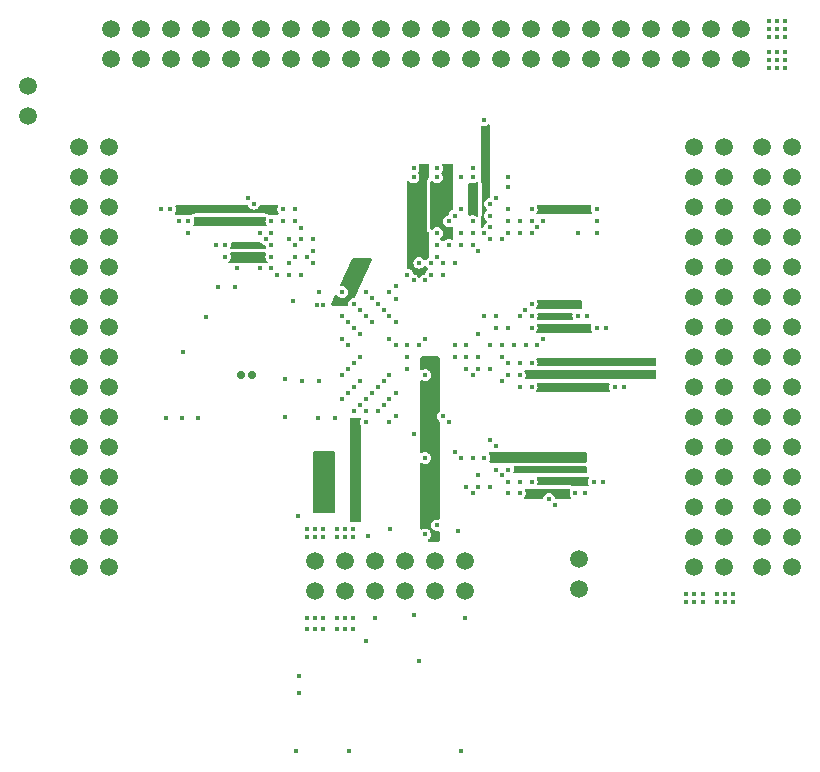
<source format=gbr>
G04 --- HEADER BEGIN --- *
G04 #@! TF.GenerationSoftware,LibrePCB,LibrePCB,1.1.0*
G04 #@! TF.CreationDate,2024-09-08T17:15:58*
G04 #@! TF.ProjectId,flasher,f4b07f79-14a2-4070-9d7d-1f686dcb10c4,v1*
G04 #@! TF.Part,Single*
G04 #@! TF.SameCoordinates*
G04 #@! TF.FileFunction,Copper,L4,Inr*
G04 #@! TF.FilePolarity,Positive*
%FSLAX66Y66*%
%MOMM*%
G01*
G75*
G04 --- HEADER END --- *
G04 --- APERTURE LIST BEGIN --- *
G04 #@! TA.AperFunction,ComponentPad*
%ADD10C,1.5*%
G04 #@! TA.AperFunction,ViaPad*
%ADD11C,0.4*%
%ADD12C,0.7*%
G04 #@! TA.AperFunction,Conductor*
%ADD13C,0.01*%
G04 #@! TD*
G04 --- APERTURE LIST END --- *
G04 --- BOARD BEGIN --- *
D10*
G04 #@! TO.N,P64_1V8*
G04 #@! TO.C,J2*
G04 #@! TO.P,J2,24,24*
X-24804000Y-10630000D03*
G04 #@! TO.N,P45_1V8*
G04 #@! TO.P,J2,2,2*
X-24804000Y17310000D03*
G04 #@! TO.N,P55_1V8*
G04 #@! TO.P,J2,18,18*
X-24804000Y-3010000D03*
G04 #@! TO.N,P53_1V8*
G04 #@! TO.P,J2,8,8*
X-24804000Y9690000D03*
G04 #@! TO.N,P68_1V8*
G04 #@! TO.P,J2,15,15*
X-27344000Y-470000D03*
G04 #@! TO.N,P61_1V8*
G04 #@! TO.P,J2,3,3*
X-27344000Y14770000D03*
G04 #@! TO.N,P72_1V8*
G04 #@! TO.P,J2,14,14*
X-24804000Y2070000D03*
G04 #@! TO.N,P43_1V8*
G04 #@! TO.P,J2,6,6*
X-24804000Y12230000D03*
G04 #@! TO.N,P49_1V8*
G04 #@! TO.P,J2,22,22*
X-24804000Y-8090000D03*
G04 #@! TO.N,P65_1V8*
G04 #@! TO.P,J2,12,12*
X-24804000Y4610000D03*
G04 #@! TO.N,P62_1V8*
G04 #@! TO.P,J2,26,26*
X-24804000Y-13170000D03*
G04 #@! TO.N,P52_1V8*
G04 #@! TO.P,J2,9,9*
X-27344000Y7150000D03*
G04 #@! TO.N,P46_1V8*
G04 #@! TO.P,J2,1,1*
X-27344000Y17310000D03*
G04 #@! TO.N,P50_1V8*
G04 #@! TO.P,J2,23,23*
X-27344000Y-10630000D03*
G04 #@! TO.N,P56_1V8*
G04 #@! TO.P,J2,13,13*
X-27344000Y2070000D03*
G04 #@! TO.N,P58_1V8*
G04 #@! TO.P,J2,19,19*
X-27344000Y-5550000D03*
G04 #@! TO.N,P59_1V8*
G04 #@! TO.P,J2,11,11*
X-27344000Y4610000D03*
G04 #@! TO.N,P54_1V8*
G04 #@! TO.P,J2,7,7*
X-27344000Y9690000D03*
G04 #@! TO.N,P44_1V8*
G04 #@! TO.P,J2,5,5*
X-27344000Y12230000D03*
G04 #@! TO.N,P60_1V8*
G04 #@! TO.P,J2,4,4*
X-24804000Y14770000D03*
G04 #@! TO.N,P66_1V8*
G04 #@! TO.P,J2,28,28*
X-24804000Y-15710000D03*
G04 #@! TO.N,P69_1V8*
G04 #@! TO.P,J2,29,29*
X-27344000Y-18250000D03*
G04 #@! TO.N,P70_1V8*
G04 #@! TO.P,J2,17,17*
X-27344000Y-3010000D03*
G04 #@! TO.N,P51_1V8*
G04 #@! TO.P,J2,30,30*
X-24804000Y-18250000D03*
G04 #@! TO.N,P71_1V8*
G04 #@! TO.P,J2,16,16*
X-24804000Y-470000D03*
G04 #@! TO.N,P47_1V8*
G04 #@! TO.P,J2,20,20*
X-24804000Y-5550000D03*
G04 #@! TO.N,P48_1V8*
G04 #@! TO.P,J2,21,21*
X-27344000Y-8090000D03*
G04 #@! TO.N,P67_1V8*
G04 #@! TO.P,J2,27,27*
X-27344000Y-15710000D03*
G04 #@! TO.N,P57_1V8*
G04 #@! TO.P,J2,10,10*
X-24804000Y7150000D03*
G04 #@! TO.N,P63_1V8*
G04 #@! TO.P,J2,25,25*
X-27344000Y-13170000D03*
G04 #@! TO.N,GND*
G04 #@! TO.C,J4*
G04 #@! TO.P,J4,2,2*
X-31589000Y19991000D03*
G04 #@! TO.N,+5V*
G04 #@! TO.P,J4,1,1*
X-31589000Y22531000D03*
G04 #@! TO.N,P38_3V3*
G04 #@! TO.C,J6*
G04 #@! TO.P,J6,26,26*
X27340000Y-13170000D03*
G04 #@! TO.N,P1_3V3*
G04 #@! TO.P,J6,4,4*
X27340000Y14770000D03*
G04 #@! TO.N,P24_3V3*
G04 #@! TO.P,J6,14,14*
X27340000Y2070000D03*
G04 #@! TO.N,P44_3V3*
G04 #@! TO.P,J6,21,21*
X24800000Y-8090000D03*
G04 #@! TO.N,P2_3V3*
G04 #@! TO.P,J6,6,6*
X27340000Y12230000D03*
G04 #@! TO.N,P26_3V3*
G04 #@! TO.P,J6,11,11*
X24800000Y4610000D03*
G04 #@! TO.N,P40_3V3*
G04 #@! TO.P,J6,28,28*
X27340000Y-15710000D03*
G04 #@! TO.N,P22_3V3*
G04 #@! TO.P,J6,16,16*
X27340000Y-470000D03*
G04 #@! TO.N,P48_3V3*
G04 #@! TO.P,J6,17,17*
X24800000Y-3010000D03*
G04 #@! TO.N,P7_3V3*
G04 #@! TO.P,J6,9,9*
X24800000Y7150000D03*
G04 #@! TO.N,P23_3V3*
G04 #@! TO.P,J6,13,13*
X24800000Y2070000D03*
G04 #@! TO.N,P3_3V3*
G04 #@! TO.P,J6,5,5*
X24800000Y12230000D03*
G04 #@! TO.N,P0_3V3*
G04 #@! TO.P,J6,2,2*
X27340000Y17310000D03*
G04 #@! TO.N,P45_3V3*
G04 #@! TO.P,J6,22,22*
X27340000Y-8090000D03*
G04 #@! TO.N,P35_3V3*
G04 #@! TO.P,J6,23,23*
X24800000Y-10630000D03*
G04 #@! TO.N,P37_3V3*
G04 #@! TO.P,J6,25,25*
X24800000Y-13170000D03*
G04 #@! TO.N,P9_3V3*
G04 #@! TO.P,J6,8,8*
X27340000Y9690000D03*
G04 #@! TO.N,P43_3V3*
G04 #@! TO.P,J6,18,18*
X27340000Y-3010000D03*
G04 #@! TO.N,P6_3V3*
G04 #@! TO.P,J6,7,7*
X24800000Y9690000D03*
G04 #@! TO.N,P49_3V3*
G04 #@! TO.P,J6,20,20*
X27340000Y-5550000D03*
G04 #@! TO.N,N/C*
G04 #@! TO.P,J6,15,15*
X24800000Y-470000D03*
G04 #@! TO.N,GND*
G04 #@! TO.P,J6,30,30*
X27340000Y-18250000D03*
G04 #@! TO.N,P5_3V3*
G04 #@! TO.P,J6,1,1*
X24800000Y17310000D03*
G04 #@! TO.N,P4_3V3*
G04 #@! TO.P,J6,3,3*
X24800000Y14770000D03*
G04 #@! TO.N,P8_3V3*
G04 #@! TO.P,J6,10,10*
X27340000Y7150000D03*
G04 #@! TO.N,P25_3V3*
G04 #@! TO.P,J6,12,12*
X27340000Y4610000D03*
G04 #@! TO.N,VCC3V3*
G04 #@! TO.P,J6,29,29*
X24800000Y-18250000D03*
G04 #@! TO.N,P42_3V3*
G04 #@! TO.P,J6,19,19*
X24800000Y-5550000D03*
G04 #@! TO.N,P41_3V3*
G04 #@! TO.P,J6,27,27*
X24800000Y-15710000D03*
G04 #@! TO.N,P36_3V3*
G04 #@! TO.P,J6,24,24*
X27340000Y-10630000D03*
G04 #@! TO.N,P29_1V8*
G04 #@! TO.C,J1*
G04 #@! TO.P,J1,42,42*
X26202000Y27340000D03*
G04 #@! TO.N,P41_1V8*
G04 #@! TO.P,J1,9,9*
X-14438000Y24800000D03*
G04 #@! TO.N,P0_1V8*
G04 #@! TO.P,J1,6,6*
X-19518000Y27340000D03*
G04 #@! TO.N,P30_1V8*
G04 #@! TO.P,J1,41,41*
X26202000Y24800000D03*
G04 #@! TO.N,P7_1V8*
G04 #@! TO.P,J1,19,19*
X-1738000Y24800000D03*
G04 #@! TO.N,P11_1V8*
G04 #@! TO.P,J1,26,26*
X5882000Y27340000D03*
G04 #@! TO.N,P1_1V8*
G04 #@! TO.P,J1,5,5*
X-19518000Y24800000D03*
G04 #@! TO.N,P40_1V8*
G04 #@! TO.P,J1,17,17*
X-4278000Y24800000D03*
G04 #@! TO.N,GND*
G04 #@! TO.P,J1,44,44*
X28742000Y27340000D03*
G04 #@! TO.N,P6_1V8*
G04 #@! TO.P,J1,8,8*
X-16978000Y27340000D03*
G04 #@! TO.N,P27_1V8*
G04 #@! TO.P,J1,40,40*
X23662000Y27340000D03*
G04 #@! TO.N,P22_1V8*
G04 #@! TO.P,J1,30,30*
X10962000Y27340000D03*
G04 #@! TO.N,P23_1V8*
G04 #@! TO.P,J1,31,31*
X13502000Y24800000D03*
G04 #@! TO.N,P34_1V8*
G04 #@! TO.P,J1,1,1*
X-24598000Y24800000D03*
G04 #@! TO.N,P21_1V8*
G04 #@! TO.P,J1,29,29*
X10962000Y24800000D03*
G04 #@! TO.N,P31_1V8*
G04 #@! TO.P,J1,34,34*
X16042000Y27340000D03*
G04 #@! TO.N,P32_1V8*
G04 #@! TO.P,J1,3,3*
X-22058000Y24800000D03*
G04 #@! TO.N,P12_1V8*
G04 #@! TO.P,J1,25,25*
X5882000Y24800000D03*
G04 #@! TO.N,P17_1V8*
G04 #@! TO.P,J1,24,24*
X3342000Y27340000D03*
G04 #@! TO.N,P33_1V8*
G04 #@! TO.P,J1,2,2*
X-24598000Y27340000D03*
G04 #@! TO.N,P20_1V8*
G04 #@! TO.P,J1,28,28*
X8422000Y27340000D03*
G04 #@! TO.N,P37_1V8*
G04 #@! TO.P,J1,16,16*
X-6818000Y27340000D03*
G04 #@! TO.N,P13_1V8*
G04 #@! TO.P,J1,22,22*
X802000Y27340000D03*
G04 #@! TO.N,P14_1V8*
G04 #@! TO.P,J1,38,38*
X21122000Y27340000D03*
G04 #@! TO.N,VCC1V8*
G04 #@! TO.P,J1,43,43*
X28742000Y24800000D03*
G04 #@! TO.N,P35_1V8*
G04 #@! TO.P,J1,13,13*
X-9358000Y24800000D03*
G04 #@! TO.N,P25_1V8*
G04 #@! TO.P,J1,33,33*
X16042000Y24800000D03*
G04 #@! TO.N,P2_1V8*
G04 #@! TO.P,J1,4,4*
X-22058000Y27340000D03*
G04 #@! TO.N,P19_1V8*
G04 #@! TO.P,J1,27,27*
X8422000Y24800000D03*
G04 #@! TO.N,P3_1V8*
G04 #@! TO.P,J1,7,7*
X-16978000Y24800000D03*
G04 #@! TO.N,P4_1V8*
G04 #@! TO.P,J1,11,11*
X-11898000Y24800000D03*
G04 #@! TO.N,P15_1V8*
G04 #@! TO.P,J1,35,35*
X18582000Y24800000D03*
G04 #@! TO.N,P8_1V8*
G04 #@! TO.P,J1,20,20*
X-1738000Y27340000D03*
G04 #@! TO.N,P28_1V8*
G04 #@! TO.P,J1,37,37*
X21122000Y24800000D03*
G04 #@! TO.N,P10_1V8*
G04 #@! TO.P,J1,21,21*
X802000Y24800000D03*
G04 #@! TO.N,P38_1V8*
G04 #@! TO.P,J1,18,18*
X-4278000Y27340000D03*
G04 #@! TO.N,P16_1V8*
G04 #@! TO.P,J1,36,36*
X18582000Y27340000D03*
G04 #@! TO.N,P18_1V8*
G04 #@! TO.P,J1,23,23*
X3342000Y24800000D03*
G04 #@! TO.N,P39_1V8*
G04 #@! TO.P,J1,15,15*
X-6818000Y24800000D03*
G04 #@! TO.N,P24_1V8*
G04 #@! TO.P,J1,32,32*
X13502000Y27340000D03*
G04 #@! TO.N,P9_1V8*
G04 #@! TO.P,J1,12,12*
X-11898000Y27340000D03*
G04 #@! TO.N,P36_1V8*
G04 #@! TO.P,J1,14,14*
X-9358000Y27340000D03*
G04 #@! TO.N,P26_1V8*
G04 #@! TO.P,J1,39,39*
X23662000Y24800000D03*
G04 #@! TO.N,P42_1V8*
G04 #@! TO.P,J1,10,10*
X-14438000Y27340000D03*
G04 #@! TO.N,GND*
G04 #@! TO.C,J8*
G04 #@! TO.P,J8,2,2*
X15040000Y-20070000D03*
G04 #@! TO.N,PROGRAM_B*
G04 #@! TO.P,J8,1,1*
X15040000Y-17530000D03*
G04 #@! TO.N,P57_3V3*
G04 #@! TO.C,J3*
G04 #@! TO.P,J3,24,24*
X33070000Y-10630000D03*
G04 #@! TO.N,P13_3V3*
G04 #@! TO.P,J3,2,2*
X33070000Y17310000D03*
G04 #@! TO.N,P33_3V3*
G04 #@! TO.P,J3,18,18*
X33070000Y-3010000D03*
G04 #@! TO.N,P11_3V3*
G04 #@! TO.P,J3,8,8*
X33070000Y9690000D03*
G04 #@! TO.N,P15_3V3*
G04 #@! TO.P,J3,15,15*
X30530000Y-470000D03*
G04 #@! TO.N,P27_3V3*
G04 #@! TO.P,J3,3,3*
X30530000Y14770000D03*
G04 #@! TO.N,P21_3V3*
G04 #@! TO.P,J3,14,14*
X33070000Y2070000D03*
G04 #@! TO.N,P10_3V3*
G04 #@! TO.P,J3,6,6*
X33070000Y12230000D03*
G04 #@! TO.N,P51_3V3*
G04 #@! TO.P,J3,22,22*
X33070000Y-8090000D03*
G04 #@! TO.N,P19_3V3*
G04 #@! TO.P,J3,12,12*
X33070000Y4610000D03*
G04 #@! TO.N,P55_3V3*
G04 #@! TO.P,J3,26,26*
X33070000Y-13170000D03*
G04 #@! TO.N,P18_3V3*
G04 #@! TO.P,J3,9,9*
X30530000Y7150000D03*
G04 #@! TO.N,N/C*
G04 #@! TO.P,J3,1,1*
X30530000Y17310000D03*
G04 #@! TO.N,P54_3V3*
G04 #@! TO.P,J3,23,23*
X30530000Y-10630000D03*
G04 #@! TO.N,P30_3V3*
G04 #@! TO.P,J3,13,13*
X30530000Y2070000D03*
G04 #@! TO.N,P29_3V3*
G04 #@! TO.P,J3,19,19*
X30530000Y-5550000D03*
G04 #@! TO.N,P20_3V3*
G04 #@! TO.P,J3,11,11*
X30530000Y4610000D03*
G04 #@! TO.N,P16_3V3*
G04 #@! TO.P,J3,7,7*
X30530000Y9690000D03*
G04 #@! TO.N,P12_3V3*
G04 #@! TO.P,J3,5,5*
X30530000Y12230000D03*
G04 #@! TO.N,P14_3V3*
G04 #@! TO.P,J3,4,4*
X33070000Y14770000D03*
G04 #@! TO.N,N/C*
G04 #@! TO.P,J3,28,28*
X33070000Y-15710000D03*
G04 #@! TO.N,P47_3V3*
G04 #@! TO.P,J3,29,29*
X30530000Y-18250000D03*
G04 #@! TO.N,P32_3V3*
G04 #@! TO.P,J3,17,17*
X30530000Y-3010000D03*
G04 #@! TO.N,P46_3V3*
G04 #@! TO.P,J3,30,30*
X33070000Y-18250000D03*
G04 #@! TO.N,P34_3V3*
G04 #@! TO.P,J3,16,16*
X33070000Y-470000D03*
G04 #@! TO.N,P31_3V3*
G04 #@! TO.P,J3,20,20*
X33070000Y-5550000D03*
G04 #@! TO.N,P50_3V3*
G04 #@! TO.P,J3,21,21*
X30530000Y-8090000D03*
G04 #@! TO.N,P52_3V3*
G04 #@! TO.P,J3,27,27*
X30530000Y-15710000D03*
G04 #@! TO.N,P17_3V3*
G04 #@! TO.P,J3,10,10*
X33070000Y7150000D03*
G04 #@! TO.N,P56_3V3*
G04 #@! TO.P,J3,25,25*
X30530000Y-13170000D03*
G04 #@! TO.N,N23*
G04 #@! TO.C,J5*
G04 #@! TO.P,J5,9,9*
X2817000Y-20270000D03*
G04 #@! TO.N,FLASH_VCC*
G04 #@! TO.P,J5,1,1*
X-7343000Y-20270000D03*
G04 #@! TO.N,GND*
G04 #@! TO.P,J5,4,4*
X-4803000Y-17730000D03*
G04 #@! TO.N,FLASH_SCK*
G04 #@! TO.P,J5,5,5*
X-2263000Y-20270000D03*
G04 #@! TO.N,VCC3V3*
G04 #@! TO.P,J5,2,2*
X-7343000Y-17730000D03*
G04 #@! TO.N,FLASH_VSS*
G04 #@! TO.P,J5,3,3*
X-4803000Y-20270000D03*
G04 #@! TO.N,CCLK*
G04 #@! TO.P,J5,6,6*
X-2263000Y-17730000D03*
G04 #@! TO.N,D0*
G04 #@! TO.P,J5,10,10*
X2817000Y-17730000D03*
G04 #@! TO.N,FLASH_CS*
G04 #@! TO.P,J5,11,11*
X5357000Y-20270000D03*
G04 #@! TO.N,FCS_B*
G04 #@! TO.P,J5,12,12*
X5357000Y-17730000D03*
G04 #@! TO.N,D1*
G04 #@! TO.P,J5,8,8*
X277000Y-17730000D03*
G04 #@! TO.N,N13*
G04 #@! TO.P,J5,7,7*
X277000Y-20270000D03*
D11*
G04 #@! TD.C*
G04 #@! TD.P*
G04 #@! TO.N,GND*
X32500000Y26600000D03*
G04 #@! TO.N,P31_1V8*
X11017000Y10042000D03*
G04 #@! TO.N,GND*
X26700000Y-20500000D03*
G04 #@! TO.N,VCC3V3*
X24100000Y-20500000D03*
G04 #@! TO.N,P71_1V8*
X-8500000Y6524000D03*
G04 #@! TO.N,P45_3V3*
X9018000Y-11994000D03*
G04 #@! TO.N,P28_1V8*
X10017000Y11042000D03*
G04 #@! TO.N,P70_1V8*
X-9500000Y6524000D03*
G04 #@! TO.N,P21_3V3*
X12018000Y-1994000D03*
G04 #@! TO.N,VCC3V3*
X24800000Y-21200000D03*
G04 #@! TO.N,P34_1V8*
X1017000Y13982000D03*
G04 #@! TO.N,P55_3V3*
X9018000Y-9994000D03*
G04 #@! TO.N,P63_1V8*
X-14958000Y9042000D03*
G04 #@! TO.N,P33_1V8*
X2017000Y6042000D03*
G04 #@! TO.N,P9_1V8*
X6017000Y13982000D03*
G04 #@! TO.N,VCC3V3*
X10497000Y3528000D03*
G04 #@! TO.N,P36_1V8*
X3017000Y9042000D03*
G04 #@! TO.N,GND*
X-7168028Y3947000D03*
G04 #@! TO.N,VCC1V0*
X-4018000Y-4993000D03*
G04 #@! TO.N,GND*
X31100000Y28000000D03*
X32500000Y28000000D03*
G04 #@! TO.N,VCC3V3*
X-8754000Y-13928000D03*
G04 #@! TO.N,P27_1V8*
X15747000Y12042000D03*
G04 #@! TO.N,PROGRAM_B*
X3018000Y-13934000D03*
G04 #@! TO.N,VCC3V3*
X-3018000Y-5993000D03*
G04 #@! TO.N,MODE/SYNC/1.8V*
X-4993000Y4261000D03*
G04 #@! TO.N,VCC1V8*
X7500000Y12524000D03*
G04 #@! TO.N,P59_1V8*
X-9500000Y9525000D03*
G04 #@! TO.N,P54_3V3*
X10018000Y-9994000D03*
G04 #@! TO.N,P11_1V8*
X7017000Y19622000D03*
G04 #@! TO.N,P3_3V3*
X15746000Y3042000D03*
G04 #@! TO.N,VCC3V3*
X-2813000Y-15638000D03*
G04 #@! TO.N,P58_1V8*
X-18038000Y10042000D03*
G04 #@! TO.N,VCC1V8*
X8017000Y13042000D03*
G04 #@! TO.N,P54_1V8*
X-20348000Y12042000D03*
G04 #@! TO.N,FLASH_VSS*
X-4103000Y-23470000D03*
G04 #@! TO.N,P17_1V8*
X9017000Y14752000D03*
G04 #@! TO.N,VCC1V8*
X-5018000Y5042000D03*
G04 #@! TO.N,INIT_B*
X-3018000Y-4993000D03*
G04 #@! TO.N,P2_1V8*
X4017000Y12042000D03*
G04 #@! TO.N,VCC1V8*
X-4500000Y-3475000D03*
X-5018000Y-3993000D03*
G04 #@! TO.N,GND*
X-5503000Y-14980000D03*
G04 #@! TO.N,P30_1V8*
X16517000Y10042000D03*
G04 #@! TO.N,VCC3V3*
X-16586000Y2942000D03*
G04 #@! TO.N,+5V*
X-9855000Y-5525000D03*
G04 #@! TO.N,VCC3V3*
X8501000Y-471000D03*
G04 #@! TO.N,P8_1V8*
X6017000Y11047000D03*
D12*
G04 #@! TO.N,GND*
X-12621028Y-1955000D03*
D11*
X26700000Y-21200000D03*
G04 #@! TO.N,P67_1V8*
X-11018000Y8042000D03*
G04 #@! TO.N,P1_3V3*
X14206000Y4042000D03*
G04 #@! TO.N,M0*
X-7018000Y-12993000D03*
G04 #@! TO.N,P1_1V8*
X4017000Y11042000D03*
G04 #@! TO.N,P4_3V3*
X14206000Y3042000D03*
G04 #@! TO.N,P65_1V8*
X-7500000Y8524000D03*
G04 #@! TO.N,P33_1V8*
X1017000Y14752000D03*
G04 #@! TO.N,VCC1V0*
X-2501000Y4525000D03*
X-3018000Y5042000D03*
G04 #@! TO.N,P69_1V8*
X-12018000Y7042000D03*
G04 #@! TO.N,P53_1V8*
X-10018000Y12042000D03*
G04 #@! TO.N,VCC1V8*
X-11499000Y9522000D03*
G04 #@! TO.N,P7_3V3*
X9017000Y2042000D03*
G04 #@! TO.N,P18_1V8*
X9017000Y12042000D03*
G04 #@! TO.N,P18_3V3*
X15768000Y-994000D03*
G04 #@! TO.N,FLASH_VCC*
X-8043000Y-22570000D03*
G04 #@! TO.N,GND*
X31800000Y28000000D03*
G04 #@! TO.N,VCC1V0*
X-500000Y-5480000D03*
X-1018000Y-5993000D03*
G04 #@! TO.N,P62_1V8*
X-14188000Y9042000D03*
G04 #@! TO.N,P36_3V3*
X12018000Y-11994000D03*
G04 #@! TO.N,D2*
X500000Y-475000D03*
X1018000Y-22282000D03*
G04 #@! TO.N,P55_1V8*
X-12018000Y11042000D03*
G04 #@! TO.N,VCC3V3*
X-6643000Y-14980000D03*
X-7343000Y-15680000D03*
G04 #@! TO.N,P29_1V8*
X11017000Y11042000D03*
G04 #@! TO.N,VCC3V3*
X12500000Y-12475000D03*
G04 #@! TO.N,P52_3V3*
X6500000Y-10476000D03*
G04 #@! TO.N,P68_1V8*
X-9500000Y7524000D03*
G04 #@! TO.N,P44_3V3*
X14728000Y-11994000D03*
G04 #@! TO.N,P27_1V8*
X12017000Y12042000D03*
G04 #@! TO.N,DONE*
X-4018000Y-13933000D03*
G04 #@! TO.N,FLASH_VCC*
X-6643000Y-23470000D03*
G04 #@! TO.N,P17_3V3*
X11018000Y-994000D03*
G04 #@! TO.N,P12_3V3*
X9500000Y524000D03*
G04 #@! TO.N,+5V*
X-7063000Y-5641000D03*
G04 #@! TO.N,P0_1V8*
X3017000Y15522000D03*
G04 #@! TO.N,P57_1V8*
X-10018000Y11042000D03*
G04 #@! TO.N,FLASH_VCC*
X-8918000Y-33833000D03*
G04 #@! TO.N,P4_3V3*
X12017000Y3042000D03*
G04 #@! TO.N,FLASH_VSS*
X-4103000Y-22570000D03*
G04 #@! TO.N,P12_1V8*
X7017000Y12042000D03*
G04 #@! TO.N,P18_1V8*
X9017000Y13982000D03*
G04 #@! TO.N,VCC1V8*
X31800000Y25400000D03*
G04 #@! TO.N,+5V*
X-19934000Y-5605000D03*
G04 #@! TO.N,P69_1V8*
X-13958000Y7042000D03*
G04 #@! TO.N,P44_3V3*
X10018000Y-11994000D03*
G04 #@! TO.N,VCC1V0*
X-1499000Y-4476000D03*
G04 #@! TO.N,VCC3V3*
X6018000Y-1994000D03*
G04 #@! TO.N,GND*
X-5613000Y-5641000D03*
G04 #@! TO.N,P8_3V3*
X16516000Y2042000D03*
G04 #@! TO.N,P49_3V3*
X17038000Y-10994000D03*
G04 #@! TO.N,FLASH_VCC*
X-6643000Y-22570000D03*
G04 #@! TO.N,VCC3V3*
X8017000Y3042000D03*
X5501000Y-11476000D03*
G04 #@! TO.N,VCC1V8*
X31100000Y24000000D03*
X32500000Y24000000D03*
G04 #@! TO.N,P7_1V8*
X6017000Y10042000D03*
G04 #@! TO.N,P60_1V8*
X-8500000Y9525000D03*
G04 #@! TO.N,VCC1V0*
X-1018000Y-1993000D03*
G04 #@! TO.N,P34_3V3*
X8500000Y-2476000D03*
G04 #@! TO.N,PROGRAM_B*
X2078000Y-13934000D03*
G04 #@! TO.N,VCC3V3*
X9018000Y-994000D03*
X-940000Y-15040000D03*
G04 #@! TO.N,P72_1V8*
X-9018000Y8042000D03*
G04 #@! TO.N,VCC3V3*
X13018000Y-12994000D03*
G04 #@! TO.N,P32_1V8*
X1017000Y15522000D03*
G04 #@! TO.N,FLASH_VSS*
X-8718000Y-28933000D03*
G04 #@! TO.N,P40_1V8*
X4500000Y7524000D03*
G04 #@! TO.N,P57_3V3*
X6018000Y-8994000D03*
G04 #@! TO.N,P37_1V8*
X4017000Y9042000D03*
G04 #@! TO.N,P7_1V8*
X6017000Y15522000D03*
G04 #@! TO.N,P52_1V8*
X-12018000Y12042000D03*
G04 #@! TO.N,P41_1V8*
X2500000Y6524000D03*
G04 #@! TO.N,VCC3V3*
X5018000Y-8994000D03*
G04 #@! TO.N,P57_1V8*
X-18808000Y11042000D03*
G04 #@! TO.N,P15_1V8*
X7500000Y10525000D03*
G04 #@! TO.N,GND*
X31800000Y26600000D03*
G04 #@! TO.N,FLASH_VCC*
X-8043000Y-23470000D03*
G04 #@! TO.N,D3*
X-2982000Y-24500000D03*
X500000Y524000D03*
G04 #@! TO.N,VCC3V3*
X25500000Y-21200000D03*
G04 #@! TO.N,P54_3V3*
X15498000Y-9994000D03*
G04 #@! TO.N,P50_3V3*
X8018000Y-8994000D03*
G04 #@! TO.N,MODE/SYNC/1.8V*
X-3400000Y6975000D03*
G04 #@! TO.N,CFGBVS*
X2018000Y-8994000D03*
G04 #@! TO.N,D1*
X2018000Y-15474000D03*
G04 #@! TO.N,P8_1V8*
X6017000Y14752000D03*
G04 #@! TO.N,P19_3V3*
X9018000Y-1994000D03*
G04 #@! TO.N,VCC1V8*
X500000Y6524000D03*
G04 #@! TO.N,+5V*
X-14088000Y5461000D03*
G04 #@! TO.N,CLK_27MHZ*
X6500000Y8524000D03*
G04 #@! TO.N,FLASH_VSS*
X-5503000Y-22570000D03*
G04 #@! TO.N,VCC3V3*
X8500000Y-10472000D03*
G04 #@! TO.N,P13_3V3*
X7017000Y3042000D03*
G04 #@! TO.N,GND*
X-4103000Y-14980000D03*
G04 #@! TO.N,P14_3V3*
X6497000Y1522000D03*
G04 #@! TO.N,P51_3V3*
X7018000Y-8994000D03*
G04 #@! TO.N,VCC1V0*
X-1476000Y3500000D03*
X-2018000Y4042000D03*
G04 #@! TO.N,VCC3V3*
X4760000Y-15210000D03*
X25500000Y-20500000D03*
G04 #@! TO.N,P29_1V8*
X16517000Y11042000D03*
G04 #@! TO.N,VCC1V8*
X31100000Y25400000D03*
G04 #@! TO.N,VCC1V0*
X-3018000Y3042000D03*
G04 #@! TO.N,P6_3V3*
X12017000Y2042000D03*
G04 #@! TO.N,VCC3V3*
X11501000Y524000D03*
G04 #@! TO.N,VCC1V8*
X-10500000Y6524000D03*
X-11018000Y7042000D03*
X-13018000Y13042000D03*
G04 #@! TO.N,GND*
X-6943000Y-2489000D03*
G04 #@! TO.N,VCC1V0*
X-1018000Y1042000D03*
X-500000Y524000D03*
G04 #@! TO.N,M0*
X-7018000Y-8993000D03*
G04 #@! TO.N,VCC1V8*
X31100000Y24700000D03*
G04 #@! TO.N,VCC1V0*
X-3500000Y1525000D03*
G04 #@! TO.N,FLASH_VSS*
X-5503000Y-23470000D03*
G04 #@! TO.N,P38_1V8*
X5017000Y9042000D03*
G04 #@! TO.N,VCC1V8*
X8499000Y9522000D03*
X-5018000Y1042000D03*
X-4500000Y524000D03*
G04 #@! TO.N,P43_3V3*
X12018000Y-10994000D03*
G04 #@! TO.N,P0_1V8*
X3017000Y10042000D03*
G04 #@! TO.N,GND*
X-4103000Y-15680000D03*
G04 #@! TO.N,VCC1V8*
X-7018000Y5042000D03*
G04 #@! TO.N,P35_1V8*
X1500000Y7525000D03*
G04 #@! TO.N,VCC3V3*
X7497000Y-7472000D03*
X-7343000Y-14980000D03*
G04 #@! TO.N,P1_1V8*
X3017000Y14752000D03*
G04 #@! TO.N,P23_3V3*
X11018000Y-2994000D03*
G04 #@! TO.N,FLASH_VSS*
X-4803000Y-22570000D03*
G04 #@! TO.N,CLK_3V3_29.5MHZ*
X7500000Y525000D03*
G04 #@! TO.N,P22_3V3*
X10018000Y-2994000D03*
G04 #@! TO.N,P31_1V8*
X14977000Y10042000D03*
G04 #@! TO.N,VCC1V8*
X2500000Y7525000D03*
X3017000Y8042000D03*
G04 #@! TO.N,P2_3V3*
X14976000Y3042000D03*
G04 #@! TO.N,VCC3V3*
X24800000Y-20500000D03*
G04 #@! TO.N,P30_3V3*
X5500000Y524000D03*
G04 #@! TO.N,P58_1V8*
X-11018000Y10042000D03*
G04 #@! TO.N,+5V*
X-9213000Y4261000D03*
G04 #@! TO.N,P16_1V8*
X7500000Y11524000D03*
G04 #@! TO.N,VCC1V0*
X-4018000Y2042000D03*
G04 #@! TO.N,VCC3V3*
X-6643000Y-15680000D03*
G04 #@! TO.N,P48_3V3*
X16268000Y-10994000D03*
G04 #@! TO.N,P29_3V3*
X4500000Y524000D03*
G04 #@! TO.N,P39_1V8*
X3500000Y7524000D03*
G04 #@! TO.N,GND*
X-6648028Y3947000D03*
G04 #@! TO.N,VCC1V8*
X-12500000Y12522000D03*
G04 #@! TO.N,P45_3V3*
X15498000Y-11994000D03*
G04 #@! TO.N,VCC1V8*
X12017000Y11042000D03*
G04 #@! TO.N,MODE/SYNC/1.8V*
X-3875000Y7600000D03*
G04 #@! TO.N,VCC1V8*
X-8018000Y8042000D03*
G04 #@! TO.N,P46_3V3*
X7500000Y-11476000D03*
G04 #@! TO.N,VCC1V0*
X-1500000Y-2476000D03*
X-2018000Y-2993000D03*
G04 #@! TO.N,VCC1V8*
X-7493000Y7523000D03*
G04 #@! TO.N,P2_1V8*
X3017000Y13982000D03*
G04 #@! TO.N,P56_3V3*
X8018000Y-9994000D03*
G04 #@! TO.N,P66_1V8*
X-14188000Y8042000D03*
G04 #@! TO.N,P49_3V3*
X10018000Y-10994000D03*
G04 #@! TO.N,LED1*
X-18536000Y-8000D03*
G04 #@! TO.N,VCC1V0*
X-2499000Y2524000D03*
X-3018000Y-3993000D03*
G04 #@! TO.N,P31_3V3*
X5500000Y-475000D03*
G04 #@! TO.N,VCC3V3*
X4499000Y-8472000D03*
G04 #@! TO.N,CFGBVS*
X3018000Y-14704000D03*
G04 #@! TO.N,FLASH_SCK*
X-2263000Y-22570000D03*
G04 #@! TO.N,P42_1V8*
X3500000Y6524000D03*
G04 #@! TO.N,P36_3V3*
X13958000Y-11994000D03*
G04 #@! TO.N,P67_1V8*
X-14958000Y8042000D03*
G04 #@! TO.N,P9_1V8*
X6017000Y12042000D03*
G04 #@! TO.N,P1_3V3*
X12017000Y4042000D03*
G04 #@! TO.N,VCC1V8*
X4489000Y11524000D03*
G04 #@! TO.N,GND*
X32500000Y27300000D03*
G04 #@! TO.N,VCC1V8*
X-9018000Y11042000D03*
X32500000Y25400000D03*
X-12018000Y10042000D03*
G04 #@! TO.N,VCC1V0*
X-2500000Y-3475000D03*
G04 #@! TO.N,P50_3V3*
X15498000Y-8994000D03*
G04 #@! TO.N,VCC1V8*
X31800000Y24700000D03*
G04 #@! TO.N,FLASH_VSS*
X5020000Y-33833000D03*
G04 #@! TO.N,VCC1V0*
X-3500000Y-475000D03*
G04 #@! TO.N,FCS_B*
X4500000Y-476000D03*
G04 #@! TO.N,VCC1V0*
X-4018000Y-2993000D03*
G04 #@! TO.N,GND*
X28100000Y-21200000D03*
G04 #@! TO.N,VCC1V0*
X-475000Y4500000D03*
X-1018000Y5042000D03*
G04 #@! TO.N,PROGRAM_B*
X3018000Y-11994000D03*
G04 #@! TO.N,P54_1V8*
X-9018000Y12042000D03*
G04 #@! TO.N,FLASH_VSS*
X-4803000Y-23470000D03*
G04 #@! TO.N,VCC1V0*
X-3501000Y-2475000D03*
G04 #@! TO.N,VCC3V3*
X12017000Y1042000D03*
G04 #@! TO.N,P55_1V8*
X-17268000Y11042000D03*
G04 #@! TO.N,VCC1V8*
X-5018000Y3042000D03*
X-4500000Y2524000D03*
G04 #@! TO.N,P56_1V8*
X-18038000Y11042000D03*
G04 #@! TO.N,VCC1V0*
X-2018000Y-4993000D03*
X-1018000Y3042000D03*
X-500000Y2524000D03*
X-3500000Y-4475000D03*
G04 #@! TO.N,FLASH_VCC*
X-7343000Y-23470000D03*
G04 #@! TO.N,P3_3V3*
X10017000Y3042000D03*
G04 #@! TO.N,VCC1V8*
X5017000Y12042000D03*
X-4500000Y-1476000D03*
X-5018000Y-1993000D03*
G04 #@! TO.N,GND*
X31100000Y26600000D03*
G04 #@! TO.N,CCLK*
X-500000Y5524000D03*
G04 #@! TO.N,VCC3V3*
X1018000Y-6994000D03*
G04 #@! TO.N,FLASH_SCK*
X1482000Y-26213000D03*
G04 #@! TO.N,P24_3V3*
X17308000Y-2994000D03*
G04 #@! TO.N,P53_1V8*
X-19578000Y12042000D03*
G04 #@! TO.N,P23_3V3*
X18078000Y-2994000D03*
G04 #@! TO.N,VCC1V8*
X9017000Y10042000D03*
G04 #@! TO.N,P8_3V3*
X11017000Y2042000D03*
G04 #@! TO.N,P26_1V8*
X11017000Y12042000D03*
G04 #@! TO.N,P47_3V3*
X6500000Y-11476000D03*
G04 #@! TO.N,FLASH_VCC*
X-7343000Y-22570000D03*
G04 #@! TO.N,GND*
X-4803000Y-15680000D03*
X31100000Y27300000D03*
X-4803000Y-14980000D03*
G04 #@! TO.N,P16_3V3*
X10018000Y-994000D03*
G04 #@! TO.N,P27_3V3*
X8017000Y2042000D03*
G04 #@! TO.N,VCC3V3*
X-8043000Y-14980000D03*
G04 #@! TO.N,P52_1V8*
X-18808000Y12042000D03*
G04 #@! TO.N,P64_1V8*
X-15728000Y9042000D03*
G04 #@! TO.N,VCC3V3*
X-8043000Y-15680000D03*
G04 #@! TO.N,FLASH_VCC*
X-8718000Y-27483000D03*
G04 #@! TO.N,GND*
X31800000Y27300000D03*
G04 #@! TO.N,VCC1V0*
X-4018000Y-993000D03*
G04 #@! TO.N,P34_1V8*
X1500000Y6525000D03*
G04 #@! TO.N,P10_3V3*
X10500000Y525000D03*
G04 #@! TO.N,VCC3V3*
X4018000Y-5994000D03*
X3499000Y-5475000D03*
G04 #@! TO.N,P32_3V3*
X6500000Y-1476000D03*
G04 #@! TO.N,D1*
X2018000Y-1994000D03*
G04 #@! TO.N,FLASH_CS*
X-4418000Y-33833000D03*
G04 #@! TO.N,P20_3V3*
X10018000Y-1994000D03*
G04 #@! TO.N,VCC3V3*
X9018000Y-10994000D03*
X5499000Y-1475000D03*
G04 #@! TO.N,P21_3V3*
X17308000Y-1994000D03*
G04 #@! TO.N,VCC3V3*
X24100000Y-21200000D03*
G04 #@! TO.N,GND*
X27400000Y-21200000D03*
G04 #@! TO.N,+5V*
X-8393000Y-2489000D03*
G04 #@! TO.N,VCC3V3*
X2017000Y1042000D03*
X1500000Y525000D03*
G04 #@! TO.N,P12_1V8*
X7017000Y18852000D03*
G04 #@! TO.N,P64_1V8*
X-9018000Y9042000D03*
G04 #@! TO.N,GND*
X-18560000Y-5605000D03*
G04 #@! TO.N,VCC1V8*
X11500000Y10524000D03*
G04 #@! TO.N,P56_1V8*
X-11018000Y11042000D03*
G04 #@! TO.N,P18_3V3*
X12018000Y-994000D03*
G04 #@! TO.N,P15_3V3*
X6500000Y-476000D03*
G04 #@! TO.N,P17_1V8*
X9017000Y11042000D03*
G04 #@! TO.N,VCC3V3*
X8018000Y-7994000D03*
G04 #@! TO.N,VCC1V8*
X-8470000Y10507000D03*
X32500000Y24700000D03*
G04 #@! TO.N,GND*
X-5503000Y-15680000D03*
G04 #@! TO.N,P7_3V3*
X17286000Y2042000D03*
G04 #@! TO.N,GND*
X-17200000Y-5605000D03*
G04 #@! TO.N,P43_3V3*
X15498000Y-10994000D03*
G04 #@! TO.N,P6_3V3*
X15746000Y2042000D03*
G04 #@! TO.N,P32_1V8*
X1017000Y6042000D03*
G04 #@! TO.N,VCC3V3*
X6018000Y-11994000D03*
G04 #@! TO.N,P48_3V3*
X11018000Y-10994000D03*
G04 #@! TO.N,P11_3V3*
X8500000Y525000D03*
G04 #@! TO.N,VCC1V8*
X31800000Y24000000D03*
X6017000Y9042000D03*
G04 #@! TO.N,P4_1V8*
X5017000Y14752000D03*
G04 #@! TO.N,GND*
X28100000Y-20500000D03*
G04 #@! TO.N,FLASH_CS*
X5357000Y-22570000D03*
G04 #@! TO.N,DONE*
X-4018000Y-5993000D03*
G04 #@! TO.N,P2_3V3*
X11017000Y3042000D03*
G04 #@! TO.N,GND*
X27400000Y-20500000D03*
G04 #@! TO.N,P33_3V3*
X7500000Y-1476000D03*
G04 #@! TO.N,VCC3V3*
X11017000Y4042000D03*
G04 #@! TO.N,P11_1V8*
X7017000Y10042000D03*
G04 #@! TO.N,D0*
X500000Y-1475000D03*
G04 #@! TO.N,VCC1V0*
X-3501000Y3525000D03*
X-4018000Y4042000D03*
G04 #@! TO.N,P24_3V3*
X12018000Y-2994000D03*
D12*
G04 #@! TO.N,GND*
X-13591028Y-1955000D03*
D11*
G04 #@! TO.N,P22_3V3*
X18848000Y-2994000D03*
G04 #@! TO.N,P30_1V8*
X10017000Y10042000D03*
G04 #@! TO.N,+5V*
X-9855000Y-2275000D03*
G04 #@! TO.N,P63_1V8*
X-11018000Y9042000D03*
G04 #@! TO.N,VCC1V0*
X-1018000Y-3993000D03*
X-500000Y-3476000D03*
G04 #@! TO.N,P4_1V8*
X5017000Y10042000D03*
G04 #@! TO.N,P62_1V8*
X-12018000Y9042000D03*
G04 #@! TO.N,P66_1V8*
X-12018000Y8042000D03*
G04 #@! TO.N,P14_1V8*
X7500000Y9524000D03*
G04 #@! TO.N,GND*
X-15538000Y5461000D03*
G04 #@! TO.N,P26_1V8*
X16517000Y12042000D03*
G04 #@! TO.N,P61_1V8*
X-7500000Y9524000D03*
D13*
G04 #@! TA.AperFunction,Conductor*
G04 #@! TO.N,P18_3V3*
G36*
X11394066Y-600395D02*
X11395128Y-662836D01*
X11410248Y-690875D01*
X11447024Y-738801D01*
X11453520Y-750053D01*
X11498456Y-858537D01*
X11501818Y-871084D01*
X11517145Y-987506D01*
X11517145Y-1000495D01*
X11501814Y-1116949D01*
X11513404Y-1178314D01*
X11559140Y-1220836D01*
X11600958Y-1230000D01*
X21450001Y-1230000D01*
X21509328Y-1210500D01*
X21550000Y-1130001D01*
X21550000Y-629999D01*
X21530500Y-570672D01*
X21450001Y-530000D01*
X11489582Y-530000D01*
X11430255Y-549500D01*
X11394066Y-600395D01*
G37*
G04 #@! TO.N,P12_1V8*
G36*
X6700000Y10596920D02*
X6719500Y10537593D01*
X6770395Y10501404D01*
X6838267Y10504533D01*
X6881537Y10522456D01*
X6894091Y10525820D01*
X6925902Y10530008D01*
X6982176Y10557085D01*
X7011992Y10616098D01*
X7016180Y10647909D01*
X7019544Y10660463D01*
X7064480Y10768947D01*
X7070976Y10780199D01*
X7142456Y10873352D01*
X7151648Y10882544D01*
X7233258Y10945166D01*
X7268454Y10996752D01*
X7266182Y11059161D01*
X7233258Y11103834D01*
X7151648Y11166456D01*
X7142456Y11175648D01*
X7070976Y11268801D01*
X7064480Y11280053D01*
X7019544Y11388537D01*
X7016182Y11401084D01*
X7000855Y11517506D01*
X7000855Y11530494D01*
X7016182Y11646916D01*
X7019544Y11659463D01*
X7064480Y11767947D01*
X7070976Y11779199D01*
X7142456Y11872352D01*
X7151648Y11881544D01*
X7233909Y11944666D01*
X7269105Y11996253D01*
X7266833Y12058661D01*
X7233909Y12103334D01*
X7151648Y12166456D01*
X7142456Y12175648D01*
X7070976Y12268801D01*
X7064480Y12280053D01*
X7019544Y12388537D01*
X7016182Y12401084D01*
X7000855Y12517506D01*
X7000855Y12530494D01*
X7016182Y12646916D01*
X7019544Y12659463D01*
X7064480Y12767947D01*
X7070976Y12779199D01*
X7142456Y12872352D01*
X7151648Y12881544D01*
X7244801Y12953024D01*
X7256053Y12959520D01*
X7364537Y13004456D01*
X7377091Y13007820D01*
X7423054Y13013871D01*
X7479328Y13040948D01*
X7510000Y13113014D01*
X7510000Y19172671D01*
X7490500Y19231998D01*
X7439605Y19268187D01*
X7377164Y19267125D01*
X7349125Y19252005D01*
X7272198Y19192976D01*
X7260947Y19186480D01*
X7152463Y19141544D01*
X7139916Y19138182D01*
X7023494Y19122855D01*
X7010506Y19122855D01*
X6894084Y19138182D01*
X6881537Y19141544D01*
X6838267Y19159467D01*
X6775993Y19164155D01*
X6723082Y19130983D01*
X6700000Y19067080D01*
X6700000Y14541416D01*
X6712261Y14493439D01*
X6743304Y14436669D01*
X6746929Y14428306D01*
X6763762Y14377094D01*
X6765627Y14369409D01*
X6779372Y14283573D01*
X6780000Y14275678D01*
X6780000Y11521355D01*
X6779840Y11517348D01*
X6776330Y11473563D01*
X6775851Y11469587D01*
X6772048Y11446016D01*
X6768777Y11434613D01*
X6718322Y11314851D01*
X6713124Y11305732D01*
X6700000Y11256209D01*
X6700000Y10596920D01*
G37*
G04 #@! TO.N,M0*
G36*
X-7529426Y-8540569D02*
X-7500567Y-13600571D01*
X-7480729Y-13659786D01*
X-7400570Y-13700000D01*
X-5699999Y-13700000D01*
X-5640672Y-13680500D01*
X-5600000Y-13600001D01*
X-5600000Y-8539999D01*
X-5619500Y-8480672D01*
X-5699999Y-8440000D01*
X-7429429Y-8440000D01*
X-7488756Y-8459500D01*
X-7529426Y-8540569D01*
G37*
G04 #@! TO.N,P52_1V8*
G36*
X-19189516Y11701936D02*
X-19171169Y11642242D01*
X-19120985Y11605074D01*
X-19089536Y11600000D01*
X-17797919Y11600000D01*
X-17750459Y11616237D01*
X-17748778Y11613163D01*
X-17657082Y11663304D01*
X-17648719Y11666929D01*
X-17597507Y11683762D01*
X-17589822Y11685627D01*
X-17503986Y11699372D01*
X-17496091Y11700000D01*
X-11560274Y11700000D01*
X-11551665Y11699252D01*
X-11458284Y11682904D01*
X-11449952Y11680688D01*
X-11393621Y11660341D01*
X-11386839Y11657302D01*
X-11311639Y11616622D01*
X-11310843Y11618094D01*
X-11258185Y11600000D01*
X-10506464Y11600000D01*
X-10447137Y11619500D01*
X-10410948Y11670395D01*
X-10412010Y11732836D01*
X-10427129Y11760874D01*
X-10447024Y11786802D01*
X-10453520Y11798053D01*
X-10498456Y11906537D01*
X-10501818Y11919084D01*
X-10517145Y12035506D01*
X-10517145Y12048494D01*
X-10501818Y12164916D01*
X-10498456Y12177463D01*
X-10463550Y12261733D01*
X-10458862Y12324007D01*
X-10492034Y12376918D01*
X-10555937Y12400000D01*
X-11947150Y12400000D01*
X-12006477Y12380500D01*
X-12039537Y12338270D01*
X-12064481Y12278051D01*
X-12070976Y12266801D01*
X-12142456Y12173648D01*
X-12151648Y12164456D01*
X-12244801Y12092976D01*
X-12256053Y12086480D01*
X-12364537Y12041544D01*
X-12377084Y12038182D01*
X-12493506Y12022855D01*
X-12506494Y12022855D01*
X-12622916Y12038182D01*
X-12635463Y12041544D01*
X-12743947Y12086480D01*
X-12755199Y12092976D01*
X-12848352Y12164456D01*
X-12857544Y12173648D01*
X-12929024Y12266801D01*
X-12935519Y12278051D01*
X-12960463Y12338270D01*
X-13001183Y12385618D01*
X-13052850Y12400000D01*
X-19040063Y12400000D01*
X-19099390Y12380500D01*
X-19135579Y12329605D01*
X-19132450Y12261733D01*
X-19097544Y12177463D01*
X-19094182Y12164916D01*
X-19078855Y12048494D01*
X-19078855Y12035506D01*
X-19094182Y11919084D01*
X-19097544Y11906537D01*
X-19142480Y11798053D01*
X-19148976Y11786802D01*
X-19168871Y11760874D01*
X-19189516Y11701936D01*
G37*
G04 #@! TO.N,P55_1V8*
G36*
X-17649516Y10701936D02*
X-17631169Y10642242D01*
X-17580985Y10605074D01*
X-17549536Y10600000D01*
X-11506464Y10600000D01*
X-11447137Y10619500D01*
X-11410948Y10670395D01*
X-11412010Y10732836D01*
X-11427129Y10760874D01*
X-11447024Y10786802D01*
X-11453520Y10798053D01*
X-11498456Y10906537D01*
X-11501818Y10919084D01*
X-11517145Y11035506D01*
X-11517145Y11048494D01*
X-11501818Y11164916D01*
X-11498456Y11177463D01*
X-11463550Y11261733D01*
X-11458862Y11324007D01*
X-11492034Y11376918D01*
X-11555937Y11400000D01*
X-17500063Y11400000D01*
X-17559390Y11380500D01*
X-17595579Y11329605D01*
X-17592450Y11261733D01*
X-17557544Y11177463D01*
X-17554182Y11164916D01*
X-17538855Y11048494D01*
X-17538855Y11035506D01*
X-17554182Y10919084D01*
X-17557544Y10906537D01*
X-17602480Y10798053D01*
X-17608976Y10786802D01*
X-17628871Y10760874D01*
X-17649516Y10701936D01*
G37*
G04 #@! TO.N,P27_1V8*
G36*
X11420830Y11721939D02*
X11439175Y11662245D01*
X11489358Y11625075D01*
X11520810Y11620000D01*
X16013190Y11620000D01*
X16072517Y11639500D01*
X16108706Y11690395D01*
X16107644Y11752836D01*
X16092523Y11780877D01*
X16087974Y11786805D01*
X16081480Y11798053D01*
X16036544Y11906537D01*
X16033182Y11919084D01*
X16017855Y12035506D01*
X16017855Y12048494D01*
X16033182Y12164916D01*
X16036544Y12177463D01*
X16083876Y12291733D01*
X16088564Y12354007D01*
X16055392Y12406918D01*
X15991489Y12430000D01*
X11542511Y12430000D01*
X11483184Y12410500D01*
X11446995Y12359605D01*
X11450124Y12291733D01*
X11497456Y12177463D01*
X11500818Y12164916D01*
X11516145Y12048494D01*
X11516145Y12035506D01*
X11500818Y11919084D01*
X11497456Y11906537D01*
X11452520Y11798053D01*
X11446026Y11786805D01*
X11441477Y11780877D01*
X11420830Y11721939D01*
G37*
G04 #@! TO.N,P43_3V3*
G36*
X11444574Y-10670395D02*
X11452737Y-10743286D01*
X11451013Y-10744000D01*
X11453486Y-10749970D01*
X11453489Y-10749999D01*
X11453520Y-10750053D01*
X11498456Y-10858537D01*
X11501818Y-10871084D01*
X11517145Y-10987506D01*
X11517145Y-11000494D01*
X11501818Y-11116916D01*
X11498456Y-11129463D01*
X11485089Y-11161733D01*
X11480401Y-11224006D01*
X11513573Y-11276918D01*
X11577476Y-11300000D01*
X14200754Y-11300000D01*
X14210957Y-11301055D01*
X14321015Y-11324058D01*
X14330791Y-11327179D01*
X14395286Y-11355370D01*
X14403241Y-11359747D01*
X14437469Y-11382867D01*
X14493442Y-11400000D01*
X15752838Y-11400000D01*
X15812165Y-11380500D01*
X15848354Y-11329605D01*
X15839440Y-11250002D01*
X15832479Y-11237945D01*
X15787544Y-11129463D01*
X15784182Y-11116916D01*
X15768855Y-11000494D01*
X15768855Y-10987506D01*
X15784182Y-10871084D01*
X15787544Y-10858537D01*
X15832480Y-10750053D01*
X15838976Y-10738801D01*
X15848565Y-10726305D01*
X15869211Y-10667367D01*
X15850865Y-10607673D01*
X15800680Y-10570504D01*
X15738007Y-10570430D01*
X15697449Y-10583761D01*
X15689760Y-10585627D01*
X15603924Y-10599372D01*
X15596029Y-10600000D01*
X11540090Y-10600000D01*
X11480763Y-10619500D01*
X11444574Y-10670395D01*
G37*
G04 #@! TO.N,P54_3V3*
G36*
X9480401Y-10224006D02*
X9513573Y-10276918D01*
X9577476Y-10300000D01*
X15600001Y-10300000D01*
X15659328Y-10280500D01*
X15700000Y-10200001D01*
X15700000Y-9799999D01*
X15680500Y-9740672D01*
X15600001Y-9700000D01*
X9582447Y-9700000D01*
X9523120Y-9719500D01*
X9486931Y-9770395D01*
X9490060Y-9838266D01*
X9498455Y-9858534D01*
X9501818Y-9871084D01*
X9517145Y-9987506D01*
X9517145Y-10000494D01*
X9501818Y-10116916D01*
X9498456Y-10129463D01*
X9485089Y-10161733D01*
X9480401Y-10224006D01*
G37*
G04 #@! TO.N,P24_3V3*
G36*
X11403414Y-3338063D02*
X11421760Y-3397757D01*
X11471944Y-3434926D01*
X11503394Y-3440000D01*
X17592606Y-3440000D01*
X17651933Y-3420500D01*
X17688122Y-3369605D01*
X17687060Y-3307164D01*
X17671940Y-3279125D01*
X17648976Y-3249198D01*
X17642480Y-3237947D01*
X17597544Y-3129463D01*
X17594182Y-3116916D01*
X17578855Y-3000494D01*
X17578855Y-2987506D01*
X17594182Y-2871084D01*
X17597544Y-2858537D01*
X17630793Y-2778267D01*
X17635481Y-2715993D01*
X17602309Y-2663082D01*
X17538406Y-2640000D01*
X11557594Y-2640000D01*
X11498267Y-2659500D01*
X11462078Y-2710395D01*
X11465207Y-2778267D01*
X11498456Y-2858537D01*
X11501818Y-2871084D01*
X11517145Y-2987506D01*
X11517145Y-3000494D01*
X11501818Y-3116916D01*
X11498456Y-3129463D01*
X11453520Y-3237947D01*
X11447024Y-3249198D01*
X11424060Y-3279125D01*
X11403414Y-3338063D01*
G37*
G04 #@! TO.N,P4_3V3*
G36*
X11451333Y2744233D02*
X11484504Y2691322D01*
X11559342Y2670827D01*
X11559483Y2669057D01*
X11571335Y2670000D01*
X14443862Y2670000D01*
X14503189Y2689500D01*
X14539378Y2740395D01*
X14536249Y2808267D01*
X14495544Y2906537D01*
X14492182Y2919084D01*
X14476855Y3035506D01*
X14476855Y3048501D01*
X14492449Y3166948D01*
X14480860Y3228313D01*
X14435124Y3270836D01*
X14393306Y3280000D01*
X11599694Y3280000D01*
X11540367Y3260500D01*
X11504178Y3209605D01*
X11500551Y3166948D01*
X11516145Y3048501D01*
X11516145Y3035506D01*
X11500818Y2919084D01*
X11497456Y2906537D01*
X11456021Y2806506D01*
X11451333Y2744233D01*
G37*
G04 #@! TO.N,P34_1V8*
G36*
X450000Y7118280D02*
X469500Y7058953D01*
X536946Y7019137D01*
X622909Y7007820D01*
X635463Y7004456D01*
X743947Y6959520D01*
X755199Y6953024D01*
X848352Y6881544D01*
X857544Y6872352D01*
X929024Y6779199D01*
X935520Y6767947D01*
X980456Y6659463D01*
X983818Y6646916D01*
X987273Y6620671D01*
X1014350Y6564397D01*
X1073365Y6534579D01*
X1139916Y6525818D01*
X1152463Y6522456D01*
X1260947Y6477520D01*
X1272199Y6471024D01*
X1365352Y6399544D01*
X1374544Y6390352D01*
X1437666Y6308091D01*
X1489253Y6272895D01*
X1551661Y6275167D01*
X1596334Y6308091D01*
X1659456Y6390352D01*
X1668648Y6399544D01*
X1761801Y6471024D01*
X1773053Y6477520D01*
X1881537Y6522456D01*
X1894084Y6525818D01*
X1926035Y6530024D01*
X1982309Y6557101D01*
X2012126Y6616115D01*
X2016180Y6646909D01*
X2019544Y6659463D01*
X2064480Y6767947D01*
X2070976Y6779199D01*
X2142456Y6872352D01*
X2151648Y6881544D01*
X2234561Y6945166D01*
X2269757Y6996752D01*
X2267485Y7059161D01*
X2234561Y7103834D01*
X2151648Y7167456D01*
X2142456Y7176648D01*
X2079334Y7258909D01*
X2027747Y7294105D01*
X1965339Y7291833D01*
X1920666Y7258909D01*
X1857544Y7176648D01*
X1848352Y7167456D01*
X1755199Y7095976D01*
X1743947Y7089480D01*
X1635463Y7044544D01*
X1622916Y7041182D01*
X1506494Y7025855D01*
X1493506Y7025855D01*
X1377084Y7041182D01*
X1364537Y7044544D01*
X1256053Y7089480D01*
X1244801Y7095976D01*
X1151648Y7167456D01*
X1142456Y7176648D01*
X1070976Y7269801D01*
X1064480Y7281053D01*
X1019544Y7389537D01*
X1016182Y7402084D01*
X1000855Y7518506D01*
X1000855Y7531494D01*
X1016182Y7647916D01*
X1019544Y7660463D01*
X1064480Y7768947D01*
X1070976Y7780199D01*
X1142456Y7873352D01*
X1151648Y7882544D01*
X1244801Y7954024D01*
X1256053Y7960520D01*
X1364537Y8005456D01*
X1377084Y8008818D01*
X1493506Y8024145D01*
X1506494Y8024145D01*
X1622916Y8008818D01*
X1635463Y8005456D01*
X1743947Y7960520D01*
X1755199Y7954024D01*
X1848352Y7882544D01*
X1857544Y7873352D01*
X1920666Y7791091D01*
X1972253Y7755895D01*
X2034661Y7758167D01*
X2079334Y7791091D01*
X2142456Y7873352D01*
X2151648Y7882544D01*
X2244801Y7954024D01*
X2256055Y7960522D01*
X2298268Y7978006D01*
X2345617Y8018724D01*
X2360000Y8070393D01*
X2360000Y10010799D01*
X2340500Y10070126D01*
X2317950Y10092296D01*
X2298398Y10106199D01*
X2293192Y10110456D01*
X2242640Y10157819D01*
X2233021Y10170234D01*
X2186696Y10254952D01*
X2183071Y10263315D01*
X2166238Y10314527D01*
X2164373Y10322212D01*
X2150628Y10408048D01*
X2150000Y10415943D01*
X2150000Y14378385D01*
X2150528Y14385637D01*
X2162073Y14464456D01*
X2163645Y14471551D01*
X2178179Y14520102D01*
X2180266Y14525792D01*
X2205104Y14582590D01*
X2213165Y14595323D01*
X2276792Y14668388D01*
X2283383Y14674689D01*
X2322217Y14705551D01*
X2360000Y14783839D01*
X2360000Y15820001D01*
X2340500Y15879328D01*
X2260001Y15920000D01*
X1536781Y15920000D01*
X1477454Y15900500D01*
X1441265Y15849605D01*
X1450178Y15770004D01*
X1452520Y15765947D01*
X1497456Y15657463D01*
X1500818Y15644916D01*
X1516145Y15528494D01*
X1516145Y15515506D01*
X1500818Y15399084D01*
X1497456Y15386537D01*
X1452520Y15278053D01*
X1446024Y15266801D01*
X1393135Y15197876D01*
X1372489Y15138938D01*
X1393135Y15076124D01*
X1446024Y15007199D01*
X1452520Y14995947D01*
X1497456Y14887463D01*
X1500818Y14874916D01*
X1516145Y14758494D01*
X1516145Y14745506D01*
X1500818Y14629084D01*
X1497456Y14616537D01*
X1452520Y14508053D01*
X1446024Y14496801D01*
X1374544Y14403648D01*
X1365352Y14394456D01*
X1272199Y14322976D01*
X1260947Y14316480D01*
X1152463Y14271544D01*
X1139916Y14268182D01*
X1023494Y14252855D01*
X1010506Y14252855D01*
X894084Y14268182D01*
X881537Y14271544D01*
X773053Y14316480D01*
X761801Y14322976D01*
X668648Y14394456D01*
X659456Y14403648D01*
X629333Y14442905D01*
X577747Y14478101D01*
X515339Y14475829D01*
X466448Y14436975D01*
X450000Y14382029D01*
X450000Y7118280D01*
G37*
G04 #@! TO.N,P21_3V3*
G36*
X10394066Y-1600395D02*
X10395128Y-1662836D01*
X10410248Y-1690875D01*
X10447024Y-1738801D01*
X10453520Y-1750053D01*
X10498456Y-1858537D01*
X10501818Y-1871084D01*
X10517145Y-1987506D01*
X10517145Y-2000494D01*
X10501818Y-2116916D01*
X10498456Y-2129463D01*
X10468521Y-2201733D01*
X10463833Y-2264007D01*
X10497005Y-2316918D01*
X10560908Y-2340000D01*
X21450001Y-2340000D01*
X21509328Y-2320500D01*
X21550000Y-2240001D01*
X21550000Y-1629999D01*
X21530500Y-1570672D01*
X21450001Y-1530000D01*
X10489582Y-1530000D01*
X10430255Y-1549500D01*
X10394066Y-1600395D01*
G37*
G04 #@! TO.N,P36_3V3*
G36*
X10357374Y-12398063D02*
X10375720Y-12457757D01*
X10425904Y-12494926D01*
X10457354Y-12500000D01*
X11909011Y-12500000D01*
X11968338Y-12480500D01*
X12008154Y-12413054D01*
X12016180Y-12352091D01*
X12019544Y-12339537D01*
X12064480Y-12231053D01*
X12070976Y-12219801D01*
X12142456Y-12126648D01*
X12151648Y-12117456D01*
X12244801Y-12045976D01*
X12256053Y-12039480D01*
X12364537Y-11994544D01*
X12377084Y-11991182D01*
X12493506Y-11975855D01*
X12506494Y-11975855D01*
X12622916Y-11991182D01*
X12635463Y-11994544D01*
X12743947Y-12039480D01*
X12755199Y-12045976D01*
X12848352Y-12117456D01*
X12857544Y-12126648D01*
X12929024Y-12219801D01*
X12935520Y-12231053D01*
X12980456Y-12339537D01*
X12983820Y-12352091D01*
X12991846Y-12413054D01*
X13018923Y-12469328D01*
X13090989Y-12500000D01*
X14288646Y-12500000D01*
X14347973Y-12480500D01*
X14384162Y-12429605D01*
X14383100Y-12367164D01*
X14367980Y-12339125D01*
X14298976Y-12249199D01*
X14292480Y-12237947D01*
X14247544Y-12129463D01*
X14244182Y-12116916D01*
X14228855Y-12000494D01*
X14228855Y-11987506D01*
X14244182Y-11871084D01*
X14247544Y-11858537D01*
X14292480Y-11750053D01*
X14292511Y-11749999D01*
X14292520Y-11749956D01*
X14294987Y-11744000D01*
X14293862Y-11743534D01*
X14305288Y-11688870D01*
X14279307Y-11632082D01*
X14205910Y-11600000D01*
X10540090Y-11600000D01*
X10480763Y-11619500D01*
X10444574Y-11670395D01*
X10452737Y-11743286D01*
X10451013Y-11744000D01*
X10453486Y-11749970D01*
X10453489Y-11749999D01*
X10453520Y-11750053D01*
X10498456Y-11858537D01*
X10501818Y-11871084D01*
X10517145Y-11987506D01*
X10517145Y-12000494D01*
X10501818Y-12116916D01*
X10498456Y-12129463D01*
X10453520Y-12237947D01*
X10447024Y-12249199D01*
X10378020Y-12339125D01*
X10357374Y-12398063D01*
G37*
G04 #@! TO.N,P6_3V3*
G36*
X11374790Y1661937D02*
X11393136Y1602243D01*
X11443320Y1565074D01*
X11474770Y1560000D01*
X16058230Y1560000D01*
X16117557Y1579500D01*
X16153746Y1630395D01*
X16152684Y1692836D01*
X16137564Y1720875D01*
X16086976Y1786801D01*
X16080480Y1798053D01*
X16035544Y1906537D01*
X16032182Y1919084D01*
X16016855Y2035506D01*
X16016855Y2048494D01*
X16032182Y2164916D01*
X16035544Y2177463D01*
X16058024Y2231733D01*
X16062712Y2294006D01*
X16029541Y2346917D01*
X15965637Y2370000D01*
X11567363Y2370000D01*
X11508036Y2350500D01*
X11471847Y2299605D01*
X11474976Y2231733D01*
X11497456Y2177463D01*
X11500818Y2164916D01*
X11516145Y2048494D01*
X11516145Y2035506D01*
X11500818Y1919084D01*
X11497456Y1906537D01*
X11452520Y1798053D01*
X11446024Y1786801D01*
X11395436Y1720875D01*
X11374790Y1661937D01*
G37*
G04 #@! TO.N,PROGRAM_B*
G36*
X1600000Y-14967120D02*
X1619500Y-15026447D01*
X1670395Y-15062636D01*
X1732836Y-15061574D01*
X1760873Y-15046456D01*
X1762803Y-15044975D01*
X1774053Y-15038480D01*
X1882537Y-14993544D01*
X1895084Y-14990182D01*
X2011506Y-14974855D01*
X2024494Y-14974855D01*
X2140916Y-14990182D01*
X2153463Y-14993544D01*
X2261947Y-15038480D01*
X2273199Y-15044976D01*
X2366352Y-15116456D01*
X2375544Y-15125648D01*
X2447024Y-15218801D01*
X2453520Y-15230053D01*
X2498456Y-15338537D01*
X2501818Y-15351084D01*
X2517145Y-15467506D01*
X2517145Y-15480494D01*
X2501818Y-15596916D01*
X2498456Y-15609463D01*
X2453520Y-15717947D01*
X2447024Y-15729199D01*
X2375544Y-15822352D01*
X2366352Y-15831544D01*
X2276270Y-15900667D01*
X2241074Y-15952253D01*
X2243346Y-16014662D01*
X2282201Y-16063552D01*
X2337146Y-16080000D01*
X3130001Y-16080000D01*
X3189328Y-16060500D01*
X3230000Y-15980001D01*
X3230000Y-15290117D01*
X3210500Y-15230790D01*
X3159605Y-15194601D01*
X3116948Y-15190974D01*
X3024501Y-15203145D01*
X3011506Y-15203145D01*
X2895084Y-15187818D01*
X2882537Y-15184456D01*
X2774053Y-15139520D01*
X2762801Y-15133024D01*
X2669648Y-15061544D01*
X2660456Y-15052352D01*
X2588976Y-14959199D01*
X2582480Y-14947947D01*
X2537544Y-14839463D01*
X2534182Y-14826916D01*
X2518855Y-14710494D01*
X2518855Y-14697506D01*
X2534182Y-14581084D01*
X2537544Y-14568537D01*
X2582480Y-14460053D01*
X2588976Y-14448801D01*
X2660456Y-14355648D01*
X2669648Y-14346456D01*
X2762801Y-14274976D01*
X2774053Y-14268480D01*
X2882537Y-14223544D01*
X2895084Y-14220182D01*
X3011506Y-14204855D01*
X3024501Y-14204855D01*
X3116948Y-14217026D01*
X3178313Y-14205437D01*
X3220836Y-14159701D01*
X3230000Y-14117883D01*
X3230000Y-5942747D01*
X3190877Y-5863413D01*
X3150648Y-5832544D01*
X3141456Y-5823352D01*
X3069976Y-5730199D01*
X3063480Y-5718947D01*
X3018544Y-5610463D01*
X3015182Y-5597916D01*
X2999855Y-5481494D01*
X2999855Y-5468506D01*
X3015182Y-5352084D01*
X3018544Y-5339537D01*
X3063480Y-5231053D01*
X3069976Y-5219801D01*
X3141456Y-5126648D01*
X3150648Y-5117456D01*
X3190877Y-5086587D01*
X3230000Y-5007253D01*
X3230000Y-499999D01*
X3210500Y-440672D01*
X3130001Y-400000D01*
X1699999Y-400000D01*
X1640672Y-419500D01*
X1600000Y-499999D01*
X1600000Y-1487120D01*
X1619500Y-1546447D01*
X1670395Y-1582636D01*
X1732836Y-1581574D01*
X1760873Y-1566456D01*
X1762803Y-1564975D01*
X1774053Y-1558480D01*
X1882537Y-1513544D01*
X1895084Y-1510182D01*
X2011506Y-1494855D01*
X2024494Y-1494855D01*
X2140916Y-1510182D01*
X2153463Y-1513544D01*
X2261947Y-1558480D01*
X2273199Y-1564976D01*
X2366352Y-1636456D01*
X2375544Y-1645648D01*
X2447024Y-1738801D01*
X2453520Y-1750053D01*
X2498456Y-1858537D01*
X2501818Y-1871084D01*
X2517145Y-1987506D01*
X2517145Y-2000494D01*
X2501818Y-2116916D01*
X2498456Y-2129463D01*
X2453520Y-2237947D01*
X2447024Y-2249199D01*
X2375544Y-2342352D01*
X2366352Y-2351544D01*
X2273199Y-2423024D01*
X2261947Y-2429520D01*
X2153463Y-2474456D01*
X2140916Y-2477818D01*
X2024494Y-2493145D01*
X2011506Y-2493145D01*
X1895084Y-2477818D01*
X1882537Y-2474456D01*
X1774053Y-2429520D01*
X1762803Y-2423025D01*
X1760873Y-2421544D01*
X1759259Y-2420979D01*
X1757124Y-2419746D01*
X1756891Y-2420149D01*
X1701934Y-2400900D01*
X1642241Y-2419248D01*
X1605073Y-2469433D01*
X1600000Y-2500880D01*
X1600000Y-8487120D01*
X1619500Y-8546447D01*
X1670395Y-8582636D01*
X1732836Y-8581574D01*
X1760873Y-8566456D01*
X1762803Y-8564975D01*
X1774053Y-8558480D01*
X1882537Y-8513544D01*
X1895084Y-8510182D01*
X2011506Y-8494855D01*
X2024494Y-8494855D01*
X2140916Y-8510182D01*
X2153463Y-8513544D01*
X2261947Y-8558480D01*
X2273199Y-8564976D01*
X2366352Y-8636456D01*
X2375544Y-8645648D01*
X2447024Y-8738801D01*
X2453520Y-8750053D01*
X2498456Y-8858537D01*
X2501818Y-8871084D01*
X2517145Y-8987506D01*
X2517145Y-9000494D01*
X2501818Y-9116916D01*
X2498456Y-9129463D01*
X2453520Y-9237947D01*
X2447024Y-9249199D01*
X2375544Y-9342352D01*
X2366352Y-9351544D01*
X2273199Y-9423024D01*
X2261947Y-9429520D01*
X2153463Y-9474456D01*
X2140916Y-9477818D01*
X2024494Y-9493145D01*
X2011506Y-9493145D01*
X1895084Y-9477818D01*
X1882537Y-9474456D01*
X1774053Y-9429520D01*
X1762803Y-9423025D01*
X1760873Y-9421544D01*
X1759259Y-9420979D01*
X1757124Y-9419746D01*
X1756891Y-9420149D01*
X1701934Y-9400900D01*
X1642241Y-9419248D01*
X1605073Y-9469433D01*
X1600000Y-9500880D01*
X1600000Y-14967120D01*
G37*
G04 #@! TO.N,P1_3V3*
G36*
X11390137Y3681937D02*
X11408483Y3622243D01*
X11458668Y3585074D01*
X11490117Y3580000D01*
X15150001Y3580000D01*
X15209328Y3599500D01*
X15250000Y3679999D01*
X15250000Y4290001D01*
X15230500Y4349328D01*
X15150001Y4390000D01*
X11559079Y4390000D01*
X11499752Y4370500D01*
X11463563Y4319605D01*
X11466692Y4251733D01*
X11497456Y4177463D01*
X11500818Y4164916D01*
X11516145Y4048494D01*
X11516145Y4035506D01*
X11500818Y3919084D01*
X11497456Y3906537D01*
X11452520Y3798053D01*
X11446024Y3786801D01*
X11410783Y3740875D01*
X11390137Y3681937D01*
G37*
G04 #@! TO.N,MODE/SYNC/1.8V*
G36*
X-5943098Y3978931D02*
X-5911536Y3925044D01*
X-5845343Y3900000D01*
X-4613333Y3900000D01*
X-4554006Y3919500D01*
X-4517817Y3970395D01*
X-4514189Y4013051D01*
X-4517145Y4035505D01*
X-4517145Y4048494D01*
X-4501818Y4164916D01*
X-4498456Y4177463D01*
X-4453520Y4285947D01*
X-4447024Y4297199D01*
X-4375544Y4390352D01*
X-4366352Y4399544D01*
X-4273199Y4471024D01*
X-4261947Y4477520D01*
X-4153463Y4522456D01*
X-4140916Y4525818D01*
X-4047453Y4538122D01*
X-3991179Y4565199D01*
X-3970178Y4594361D01*
X-2467879Y7757096D01*
X-2460038Y7819051D01*
X-2490483Y7873577D01*
X-2558206Y7900000D01*
X-4135342Y7900000D01*
X-4194669Y7880500D01*
X-4226533Y7841037D01*
X-5202791Y5671576D01*
X-5209355Y5609472D01*
X-5177793Y5555585D01*
X-5098548Y5531396D01*
X-5024495Y5541145D01*
X-5011506Y5541145D01*
X-4895084Y5525818D01*
X-4882537Y5522456D01*
X-4774053Y5477520D01*
X-4762801Y5471024D01*
X-4669648Y5399544D01*
X-4660456Y5390352D01*
X-4588976Y5297199D01*
X-4582480Y5285947D01*
X-4537544Y5177463D01*
X-4534182Y5164916D01*
X-4518855Y5048494D01*
X-4518855Y5035506D01*
X-4534182Y4919084D01*
X-4537544Y4906537D01*
X-4582480Y4798053D01*
X-4588976Y4786801D01*
X-4660456Y4693648D01*
X-4669648Y4684456D01*
X-4762801Y4612976D01*
X-4774053Y4606480D01*
X-4882537Y4561544D01*
X-4895084Y4558182D01*
X-5011506Y4542855D01*
X-5024494Y4542855D01*
X-5140916Y4558182D01*
X-5153463Y4561544D01*
X-5261947Y4606480D01*
X-5273199Y4612976D01*
X-5366352Y4684456D01*
X-5375544Y4693648D01*
X-5442182Y4780491D01*
X-5493769Y4815687D01*
X-5556177Y4813415D01*
X-5612707Y4760651D01*
X-5936534Y4041035D01*
X-5943098Y3978931D01*
G37*
G04 #@! TO.N,P9_1V8*
G36*
X5670000Y11589493D02*
X5689500Y11530166D01*
X5740395Y11493977D01*
X5808267Y11497106D01*
X5881537Y11527456D01*
X5894084Y11530818D01*
X6010506Y11546145D01*
X6023494Y11546145D01*
X6139916Y11530818D01*
X6152463Y11527456D01*
X6260947Y11482520D01*
X6272199Y11476024D01*
X6319125Y11440016D01*
X6378064Y11419370D01*
X6437757Y11437717D01*
X6474926Y11487901D01*
X6480000Y11519350D01*
X6480000Y14279650D01*
X6460500Y14338977D01*
X6409605Y14375166D01*
X6347164Y14374104D01*
X6319125Y14358984D01*
X6272199Y14322976D01*
X6260947Y14316480D01*
X6152463Y14271544D01*
X6139916Y14268182D01*
X6023494Y14252855D01*
X6010506Y14252855D01*
X5894084Y14268182D01*
X5881537Y14271544D01*
X5808267Y14301894D01*
X5745994Y14306582D01*
X5693083Y14273410D01*
X5670000Y14209507D01*
X5670000Y11589493D01*
G37*
G04 #@! TO.N,P2_1V8*
G36*
X2450000Y10411971D02*
X2469500Y10352644D01*
X2520395Y10316455D01*
X2582836Y10317517D01*
X2629333Y10351095D01*
X2659456Y10390352D01*
X2668648Y10399544D01*
X2761801Y10471024D01*
X2773053Y10477520D01*
X2881537Y10522456D01*
X2894084Y10525818D01*
X3010506Y10541145D01*
X3023494Y10541145D01*
X3139916Y10525818D01*
X3152463Y10522456D01*
X3260947Y10477520D01*
X3272199Y10471024D01*
X3365352Y10399544D01*
X3374544Y10390352D01*
X3446024Y10297199D01*
X3452520Y10285947D01*
X3497456Y10177463D01*
X3500818Y10164916D01*
X3516145Y10048494D01*
X3516145Y10035506D01*
X3500818Y9919084D01*
X3497456Y9906537D01*
X3452520Y9798053D01*
X3446024Y9786801D01*
X3374544Y9693648D01*
X3365352Y9684456D01*
X3283091Y9621334D01*
X3247895Y9569747D01*
X3250167Y9507339D01*
X3283091Y9462666D01*
X3337827Y9420665D01*
X3398703Y9400000D01*
X3635297Y9400000D01*
X3696173Y9420665D01*
X3761801Y9471024D01*
X3773053Y9477520D01*
X3881537Y9522456D01*
X3894084Y9525818D01*
X4010506Y9541145D01*
X4023494Y9541145D01*
X4139916Y9525818D01*
X4152463Y9522456D01*
X4221733Y9493763D01*
X4284006Y9489075D01*
X4336918Y9522247D01*
X4360000Y9586150D01*
X4360000Y10497850D01*
X4340500Y10557177D01*
X4289605Y10593366D01*
X4221733Y10590237D01*
X4152463Y10561544D01*
X4139916Y10558182D01*
X4023494Y10542855D01*
X4010506Y10542855D01*
X3894084Y10558182D01*
X3881537Y10561544D01*
X3773053Y10606480D01*
X3761801Y10612976D01*
X3668648Y10684456D01*
X3659456Y10693648D01*
X3587976Y10786801D01*
X3581480Y10798053D01*
X3536544Y10906537D01*
X3533182Y10919084D01*
X3517855Y11035506D01*
X3517855Y11048494D01*
X3533182Y11164916D01*
X3536544Y11177463D01*
X3581480Y11285947D01*
X3587976Y11297199D01*
X3659456Y11390352D01*
X3668648Y11399544D01*
X3761801Y11471024D01*
X3773053Y11477520D01*
X3881537Y11522456D01*
X3894090Y11525820D01*
X3914843Y11528552D01*
X3971117Y11555629D01*
X4000932Y11614642D01*
X4005180Y11646909D01*
X4008544Y11659463D01*
X4053480Y11767947D01*
X4059976Y11779199D01*
X4131456Y11872352D01*
X4140648Y11881544D01*
X4233801Y11953024D01*
X4245053Y11959520D01*
X4298269Y11981563D01*
X4345618Y12022282D01*
X4360000Y12073950D01*
X4360000Y15820001D01*
X4340500Y15879328D01*
X4260001Y15920000D01*
X3536781Y15920000D01*
X3477454Y15900500D01*
X3441265Y15849605D01*
X3450178Y15770004D01*
X3452520Y15765947D01*
X3497456Y15657463D01*
X3500818Y15644916D01*
X3516145Y15528494D01*
X3516145Y15515506D01*
X3500818Y15399084D01*
X3497456Y15386537D01*
X3452520Y15278053D01*
X3446024Y15266801D01*
X3393135Y15197876D01*
X3372489Y15138938D01*
X3393135Y15076124D01*
X3446024Y15007199D01*
X3452520Y14995947D01*
X3497456Y14887463D01*
X3500818Y14874916D01*
X3516145Y14758494D01*
X3516145Y14745506D01*
X3500818Y14629084D01*
X3497456Y14616537D01*
X3452520Y14508053D01*
X3446024Y14496801D01*
X3374544Y14403648D01*
X3365352Y14394456D01*
X3272199Y14322976D01*
X3260947Y14316480D01*
X3152463Y14271544D01*
X3139916Y14268182D01*
X3023494Y14252855D01*
X3010506Y14252855D01*
X2894084Y14268182D01*
X2881537Y14271544D01*
X2773053Y14316480D01*
X2761801Y14322976D01*
X2668648Y14394456D01*
X2659456Y14403648D01*
X2629333Y14442905D01*
X2577747Y14478101D01*
X2515339Y14475829D01*
X2466448Y14436975D01*
X2450000Y14382029D01*
X2450000Y10411971D01*
G37*
G04 #@! TO.N,P62_1V8*
G36*
X-14510511Y8775994D02*
X-14477340Y8723083D01*
X-14413436Y8700000D01*
X-11562564Y8700000D01*
X-11503237Y8719500D01*
X-11467048Y8770395D01*
X-11470177Y8838267D01*
X-11498455Y8906535D01*
X-11501817Y8919083D01*
X-11505639Y8948116D01*
X-11532716Y9004390D01*
X-11591730Y9034207D01*
X-11621909Y9038180D01*
X-11634463Y9041544D01*
X-11742947Y9086480D01*
X-11754199Y9092976D01*
X-11847352Y9164456D01*
X-11856539Y9173643D01*
X-11892783Y9220877D01*
X-11972118Y9260000D01*
X-14372673Y9260000D01*
X-14432000Y9240500D01*
X-14468189Y9189605D01*
X-14471816Y9146948D01*
X-14458855Y9048501D01*
X-14458855Y9035506D01*
X-14474182Y8919084D01*
X-14477544Y8906537D01*
X-14505823Y8838267D01*
X-14510511Y8775994D01*
G37*
G04 #@! TO.N,P50_3V3*
G36*
X7371046Y-8570395D02*
X7372108Y-8632836D01*
X7387228Y-8660875D01*
X7447024Y-8738801D01*
X7453520Y-8750053D01*
X7498456Y-8858537D01*
X7501818Y-8871084D01*
X7517145Y-8987506D01*
X7517145Y-9000494D01*
X7501818Y-9116916D01*
X7498456Y-9129463D01*
X7453521Y-9237945D01*
X7446560Y-9250002D01*
X7433784Y-9311131D01*
X7459766Y-9367919D01*
X7533162Y-9400000D01*
X15600001Y-9400000D01*
X15659328Y-9380500D01*
X15700000Y-9300001D01*
X15700000Y-8599999D01*
X15680500Y-8540672D01*
X15600001Y-8500000D01*
X7466562Y-8500000D01*
X7407235Y-8519500D01*
X7371046Y-8570395D01*
G37*
G04 #@! TO.N,P66_1V8*
G36*
X-14651521Y7627745D02*
X-14649247Y7565336D01*
X-14610392Y7516447D01*
X-14555448Y7500000D01*
X-14167567Y7500000D01*
X-14129299Y7507612D01*
X-14093463Y7522456D01*
X-14080916Y7525818D01*
X-13964494Y7541145D01*
X-13951506Y7541145D01*
X-13835084Y7525818D01*
X-13822537Y7522456D01*
X-13786701Y7507612D01*
X-13748433Y7500000D01*
X-12227567Y7500000D01*
X-12189299Y7507612D01*
X-12153463Y7522456D01*
X-12140916Y7525818D01*
X-12024494Y7541145D01*
X-12011506Y7541145D01*
X-11895084Y7525818D01*
X-11882537Y7522456D01*
X-11846701Y7507612D01*
X-11808433Y7500000D01*
X-11420552Y7500000D01*
X-11361225Y7519500D01*
X-11325036Y7570395D01*
X-11326098Y7632836D01*
X-11359675Y7679332D01*
X-11366351Y7684455D01*
X-11375544Y7693648D01*
X-11447024Y7786801D01*
X-11453520Y7798053D01*
X-11498456Y7906537D01*
X-11501818Y7919084D01*
X-11517145Y8035506D01*
X-11517145Y8048494D01*
X-11501818Y8164916D01*
X-11498456Y8177463D01*
X-11463550Y8261733D01*
X-11458862Y8324007D01*
X-11492034Y8376918D01*
X-11555937Y8400000D01*
X-14420063Y8400000D01*
X-14479390Y8380500D01*
X-14515579Y8329605D01*
X-14512450Y8261733D01*
X-14477544Y8177463D01*
X-14474182Y8164916D01*
X-14458855Y8048494D01*
X-14458855Y8035506D01*
X-14474182Y7919084D01*
X-14477544Y7906537D01*
X-14522480Y7798053D01*
X-14528976Y7786801D01*
X-14600456Y7693648D01*
X-14609649Y7684455D01*
X-14616325Y7679332D01*
X-14651521Y7627745D01*
G37*
G04 #@! TO.N,DONE*
G36*
X-4400000Y-14300001D02*
X-4380500Y-14359328D01*
X-4300001Y-14400000D01*
X-3499999Y-14400000D01*
X-3440672Y-14380500D01*
X-3400000Y-14300001D01*
X-3400000Y-6343426D01*
X-3420665Y-6282550D01*
X-3447024Y-6248199D01*
X-3453520Y-6236947D01*
X-3498456Y-6128463D01*
X-3501818Y-6115916D01*
X-3517145Y-5999494D01*
X-3517145Y-5986506D01*
X-3501818Y-5870084D01*
X-3498456Y-5857537D01*
X-3451013Y-5743000D01*
X-3452478Y-5742393D01*
X-3441289Y-5688876D01*
X-3467267Y-5632086D01*
X-3540667Y-5600000D01*
X-4300001Y-5600000D01*
X-4359328Y-5619500D01*
X-4400000Y-5699999D01*
X-4400000Y-14300001D01*
G37*
G04 --- BOARD END --- *
G04 #@! TF.MD5,ac90171632013a23283d4043ae70849d*
M02*

</source>
